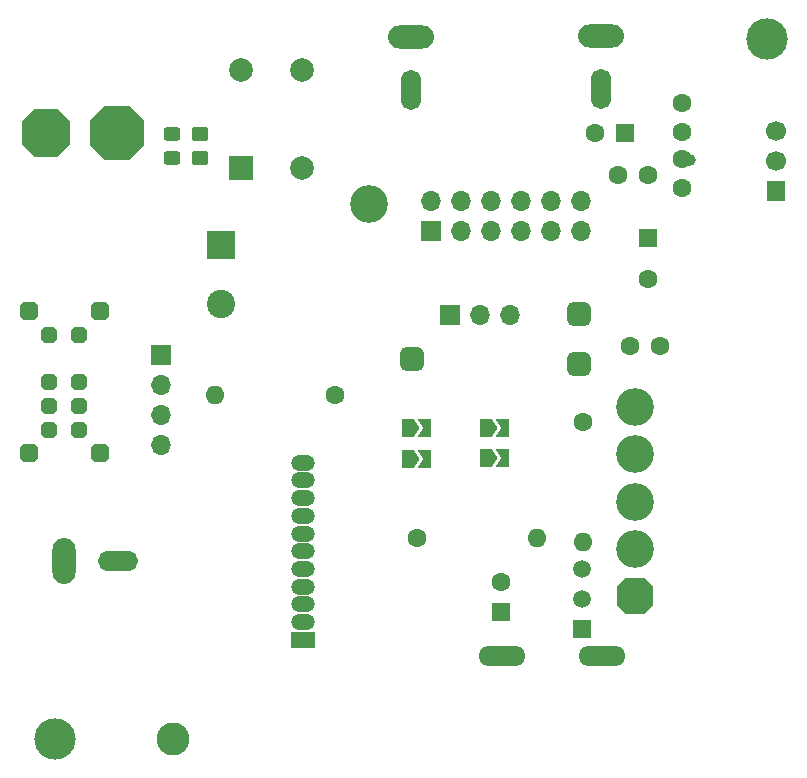
<source format=gts>
%TF.GenerationSoftware,KiCad,Pcbnew,(6.0.1)*%
%TF.CreationDate,2022-03-11T03:58:48-07:00*%
%TF.ProjectId,Power PCB Ver C -  TH - RF is Video Only V2,506f7765-7220-4504-9342-205665722043,rev?*%
%TF.SameCoordinates,Original*%
%TF.FileFunction,Soldermask,Top*%
%TF.FilePolarity,Negative*%
%FSLAX46Y46*%
G04 Gerber Fmt 4.6, Leading zero omitted, Abs format (unit mm)*
G04 Created by KiCad (PCBNEW (6.0.1)) date 2022-03-11 03:58:48*
%MOMM*%
%LPD*%
G01*
G04 APERTURE LIST*
G04 Aperture macros list*
%AMRoundRect*
0 Rectangle with rounded corners*
0 $1 Rounding radius*
0 $2 $3 $4 $5 $6 $7 $8 $9 X,Y pos of 4 corners*
0 Add a 4 corners polygon primitive as box body*
4,1,4,$2,$3,$4,$5,$6,$7,$8,$9,$2,$3,0*
0 Add four circle primitives for the rounded corners*
1,1,$1+$1,$2,$3*
1,1,$1+$1,$4,$5*
1,1,$1+$1,$6,$7*
1,1,$1+$1,$8,$9*
0 Add four rect primitives between the rounded corners*
20,1,$1+$1,$2,$3,$4,$5,0*
20,1,$1+$1,$4,$5,$6,$7,0*
20,1,$1+$1,$6,$7,$8,$9,0*
20,1,$1+$1,$8,$9,$2,$3,0*%
%AMOutline5P*
0 Free polygon, 5 corners , with rotation*
0 The origin of the aperture is its center*
0 number of corners: always 5*
0 $1 to $10 corner X, Y*
0 $11 Rotation angle, in degrees counterclockwise*
0 create outline with 5 corners*
4,1,5,$1,$2,$3,$4,$5,$6,$7,$8,$9,$10,$1,$2,$11*%
%AMOutline6P*
0 Free polygon, 6 corners , with rotation*
0 The origin of the aperture is its center*
0 number of corners: always 6*
0 $1 to $12 corner X, Y*
0 $13 Rotation angle, in degrees counterclockwise*
0 create outline with 6 corners*
4,1,6,$1,$2,$3,$4,$5,$6,$7,$8,$9,$10,$11,$12,$1,$2,$13*%
%AMOutline7P*
0 Free polygon, 7 corners , with rotation*
0 The origin of the aperture is its center*
0 number of corners: always 7*
0 $1 to $14 corner X, Y*
0 $15 Rotation angle, in degrees counterclockwise*
0 create outline with 7 corners*
4,1,7,$1,$2,$3,$4,$5,$6,$7,$8,$9,$10,$11,$12,$13,$14,$1,$2,$15*%
%AMOutline8P*
0 Free polygon, 8 corners , with rotation*
0 The origin of the aperture is its center*
0 number of corners: always 8*
0 $1 to $16 corner X, Y*
0 $17 Rotation angle, in degrees counterclockwise*
0 create outline with 8 corners*
4,1,8,$1,$2,$3,$4,$5,$6,$7,$8,$9,$10,$11,$12,$13,$14,$15,$16,$1,$2,$17*%
%AMFreePoly0*
4,1,6,1.000000,0.000000,0.500000,-0.750000,-0.500000,-0.750000,-0.500000,0.750000,0.500000,0.750000,1.000000,0.000000,1.000000,0.000000,$1*%
%AMFreePoly1*
4,1,6,0.500000,-0.750000,-0.650000,-0.750000,-0.150000,0.000000,-0.650000,0.750000,0.500000,0.750000,0.500000,-0.750000,0.500000,-0.750000,$1*%
G04 Aperture macros list end*
%ADD10O,4.000000X1.700000*%
%ADD11R,1.600000X1.600000*%
%ADD12C,1.600000*%
%ADD13R,1.599997X1.700000*%
%ADD14C,1.700000*%
%ADD15C,1.000000*%
%ADD16C,1.500000*%
%ADD17R,1.500000X1.500000*%
%ADD18R,2.400000X2.400000*%
%ADD19C,2.400000*%
%ADD20R,1.700000X1.700000*%
%ADD21O,1.700000X1.700000*%
%ADD22O,1.600000X1.600000*%
%ADD23O,1.950000X3.900000*%
%ADD24O,3.400000X1.700000*%
%ADD25RoundRect,0.500000X-0.500000X-0.500000X0.500000X-0.500000X0.500000X0.500000X-0.500000X0.500000X0*%
%ADD26Outline8P,-2.000000X1.000000X-1.000000X2.000000X1.000000X2.000000X2.000000X1.000000X2.000000X-1.000000X1.000000X-2.000000X-1.000000X-2.000000X-2.000000X-1.000000X0.000000*%
%ADD27Outline8P,-2.250000X1.125000X-1.125000X2.250000X1.125000X2.250000X2.250000X1.125000X2.250000X-1.125000X1.125000X-2.250000X-1.125000X-2.250000X-2.250000X-1.125000X0.000000*%
%ADD28FreePoly0,0.000000*%
%ADD29FreePoly1,0.000000*%
%ADD30R,2.000000X1.350000*%
%ADD31O,2.000000X1.350000*%
%ADD32RoundRect,0.250000X0.450000X-0.350000X0.450000X0.350000X-0.450000X0.350000X-0.450000X-0.350000X0*%
%ADD33R,2.000000X2.000000*%
%ADD34C,2.000000*%
%ADD35O,3.900000X1.950000*%
%ADD36O,1.700000X3.400000*%
%ADD37C,3.500000*%
%ADD38C,3.200000*%
%ADD39Outline8P,-1.550000X0.775000X-0.775000X1.550000X0.775000X1.550000X1.550000X0.775000X1.550000X-0.775000X0.775000X-1.550000X-0.775000X-1.550000X-1.550000X-0.775000X90.000000*%
%ADD40C,2.800000*%
%ADD41Outline8P,-0.700000X0.350000X-0.350000X0.700000X0.350000X0.700000X0.700000X0.350000X0.700000X-0.350000X0.350000X-0.700000X-0.350000X-0.700000X-0.700000X-0.350000X270.000000*%
%ADD42Outline8P,-0.800000X0.400000X-0.400000X0.800000X0.400000X0.800000X0.800000X0.400000X0.800000X-0.400000X0.400000X-0.800000X-0.400000X-0.800000X-0.800000X-0.400000X270.000000*%
%ADD43Outline8P,-0.800000X0.400000X-0.400000X0.800000X0.400000X0.800000X0.800000X0.400000X0.800000X-0.400000X0.400000X-0.800000X-0.400000X-0.800000X-0.800000X-0.400000X90.000000*%
%ADD44RoundRect,0.250000X-0.450000X0.325000X-0.450000X-0.325000X0.450000X-0.325000X0.450000X0.325000X0*%
G04 APERTURE END LIST*
D10*
%TO.C,J13*%
X166426100Y-129393600D03*
%TD*%
%TO.C,J13*%
X158026100Y-129393600D03*
%TD*%
D11*
%TO.C,C3*%
X170376100Y-93990949D03*
D12*
X170376100Y-97490949D03*
%TD*%
D13*
%TO.C,U1*%
X181226100Y-90033600D03*
D14*
X181226100Y-87493600D03*
X181226100Y-84953600D03*
%TD*%
D15*
%TO.C,REF\u002A\u002A*%
X173876100Y-87393600D03*
%TD*%
D16*
%TO.C,Q1*%
X164736100Y-122053600D03*
X164736100Y-124593600D03*
D17*
X164736100Y-127133600D03*
%TD*%
D18*
%TO.C,C1*%
X134226100Y-94569641D03*
D19*
X134226100Y-99569641D03*
%TD*%
D11*
%TO.C,C7*%
X168401100Y-85143600D03*
D12*
X165901100Y-85143600D03*
%TD*%
D20*
%TO.C,J16*%
X153586100Y-100493600D03*
D21*
X156126100Y-100493600D03*
X158666100Y-100493600D03*
%TD*%
D12*
%TO.C,R2*%
X164876100Y-109563600D03*
D22*
X164876100Y-119723600D03*
%TD*%
D23*
%TO.C,J19*%
X120952100Y-121327600D03*
D24*
X125452100Y-121327600D03*
%TD*%
D25*
%TO.C,J12*%
X150376100Y-104243600D03*
%TD*%
%TO.C,J10*%
X164526100Y-104643600D03*
%TD*%
D20*
%TO.C,J6*%
X151976100Y-93418600D03*
D21*
X151976100Y-90878600D03*
X154516100Y-93418600D03*
X154516100Y-90878600D03*
X157056100Y-93418600D03*
X157056100Y-90878600D03*
X159596100Y-93418600D03*
X159596100Y-90878600D03*
X162136100Y-93418600D03*
X162136100Y-90878600D03*
X164676100Y-93418600D03*
X164676100Y-90878600D03*
%TD*%
D26*
%TO.C,J1*%
X119426100Y-85113598D03*
D27*
X125426102Y-85113598D03*
%TD*%
D28*
%TO.C,RJV-EXT1*%
X150029850Y-110078600D03*
D29*
X151479850Y-110078600D03*
%TD*%
D20*
%TO.C,J4*%
X129126100Y-103893600D03*
D21*
X129126100Y-106433600D03*
X129126100Y-108973600D03*
X129126100Y-111513600D03*
%TD*%
D25*
%TO.C,J11*%
X164526100Y-100393600D03*
%TD*%
D30*
%TO.C,J3*%
X141126100Y-128018600D03*
D31*
X141126100Y-126518600D03*
X141126100Y-125018600D03*
X141126100Y-123518600D03*
X141126100Y-122018600D03*
X141126100Y-120518600D03*
X141126100Y-119018600D03*
X141126100Y-117518600D03*
X141126100Y-116018600D03*
X141126100Y-114518600D03*
X141126100Y-113018600D03*
%TD*%
D32*
%TO.C,R5*%
X132456100Y-87203600D03*
X132456100Y-85203600D03*
%TD*%
D11*
%TO.C,C8*%
X157926100Y-125643600D03*
D12*
X157926100Y-123143600D03*
%TD*%
%TO.C,R6*%
X143836100Y-107303600D03*
D22*
X133676100Y-107303600D03*
%TD*%
D33*
%TO.C,D1*%
X135926100Y-88036100D03*
D34*
X141026100Y-88036100D03*
X141026100Y-79786100D03*
X135926100Y-79786100D03*
%TD*%
D35*
%TO.C,J17*%
X166418100Y-76877600D03*
D36*
X166418100Y-81377600D03*
%TD*%
D12*
%TO.C,C5*%
X173226100Y-82543600D03*
X173226100Y-85043600D03*
%TD*%
D37*
%TO.C,*%
X180476100Y-77113600D03*
%TD*%
%TO.C,*%
X120126100Y-136393600D03*
%TD*%
D38*
%TO.C,J2*%
X169226100Y-116313600D03*
X169226100Y-108313600D03*
X169226100Y-120313600D03*
X169226100Y-112313597D03*
D39*
X169226100Y-124313600D03*
%TD*%
D28*
%TO.C,RJA-EXT1*%
X156644850Y-110058600D03*
D29*
X158094850Y-110058600D03*
%TD*%
D38*
%TO.C,GND*%
X146756100Y-91113600D03*
%TD*%
D28*
%TO.C,RJA-INT1*%
X156644850Y-112658600D03*
D29*
X158094850Y-112658600D03*
%TD*%
D40*
%TO.C,*%
X130126100Y-136393600D03*
%TD*%
D12*
%TO.C,C2*%
X168876100Y-103143600D03*
X171376100Y-103143600D03*
%TD*%
D35*
%TO.C,J18*%
X150272100Y-76971600D03*
D36*
X150272100Y-81471600D03*
%TD*%
D12*
%TO.C,C6*%
X170326100Y-88643600D03*
X167826100Y-88643600D03*
%TD*%
%TO.C,C4*%
X173226100Y-87293600D03*
X173226100Y-89793600D03*
%TD*%
D28*
%TO.C,RJV-INT1*%
X150029850Y-112678600D03*
D29*
X151479850Y-112678600D03*
%TD*%
D22*
%TO.C,R4*%
X161006100Y-119393600D03*
D12*
X150846100Y-119393600D03*
%TD*%
D41*
%TO.C,SW1*%
X122176100Y-102213600D03*
X119676100Y-106213600D03*
X119676100Y-108213600D03*
X119676100Y-110213600D03*
X122176100Y-106213600D03*
X122176100Y-108213600D03*
X122176100Y-110213600D03*
X119676100Y-102213600D03*
D42*
X117926100Y-100213600D03*
D43*
X117926100Y-112213600D03*
X123926100Y-112213600D03*
D42*
X123926100Y-100213600D03*
%TD*%
D44*
%TO.C,D3*%
X130036100Y-85178600D03*
X130036100Y-87228600D03*
%TD*%
M02*

</source>
